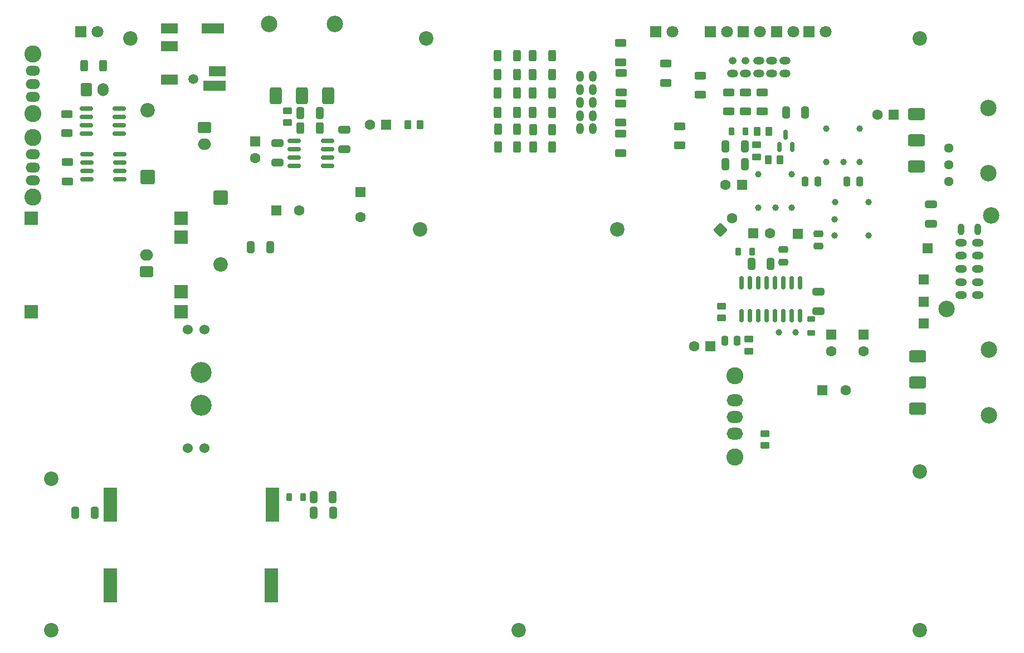
<source format=gbr>
%TF.GenerationSoftware,KiCad,Pcbnew,9.0.5*%
%TF.CreationDate,2025-10-21T17:57:34+02:00*%
%TF.ProjectId,TUNER_KT0936MB9,54554e45-525f-44b5-9430-3933364d4239,rev?*%
%TF.SameCoordinates,Original*%
%TF.FileFunction,Soldermask,Top*%
%TF.FilePolarity,Negative*%
%FSLAX46Y46*%
G04 Gerber Fmt 4.6, Leading zero omitted, Abs format (unit mm)*
G04 Created by KiCad (PCBNEW 9.0.5) date 2025-10-21 17:57:34*
%MOMM*%
%LPD*%
G01*
G04 APERTURE LIST*
G04 Aperture macros list*
%AMRoundRect*
0 Rectangle with rounded corners*
0 $1 Rounding radius*
0 $2 $3 $4 $5 $6 $7 $8 $9 X,Y pos of 4 corners*
0 Add a 4 corners polygon primitive as box body*
4,1,4,$2,$3,$4,$5,$6,$7,$8,$9,$2,$3,0*
0 Add four circle primitives for the rounded corners*
1,1,$1+$1,$2,$3*
1,1,$1+$1,$4,$5*
1,1,$1+$1,$6,$7*
1,1,$1+$1,$8,$9*
0 Add four rect primitives between the rounded corners*
20,1,$1+$1,$2,$3,$4,$5,0*
20,1,$1+$1,$4,$5,$6,$7,0*
20,1,$1+$1,$6,$7,$8,$9,0*
20,1,$1+$1,$8,$9,$2,$3,0*%
G04 Aperture macros list end*
%ADD10RoundRect,0.250000X-0.550000X0.550000X-0.550000X-0.550000X0.550000X-0.550000X0.550000X0.550000X0*%
%ADD11C,1.600000*%
%ADD12RoundRect,0.250000X0.550000X0.550000X-0.550000X0.550000X-0.550000X-0.550000X0.550000X-0.550000X0*%
%ADD13RoundRect,0.250000X0.000000X-0.777817X0.777817X0.000000X0.000000X0.777817X-0.777817X0.000000X0*%
%ADD14RoundRect,0.250000X-0.550000X-0.550000X0.550000X-0.550000X0.550000X0.550000X-0.550000X0.550000X0*%
%ADD15O,2.200000X1.500000*%
%ADD16C,2.600000*%
%ADD17RoundRect,0.250000X0.625000X-0.312500X0.625000X0.312500X-0.625000X0.312500X-0.625000X-0.312500X0*%
%ADD18R,1.800000X1.800000*%
%ADD19C,1.800000*%
%ADD20RoundRect,0.250000X-0.250000X-0.475000X0.250000X-0.475000X0.250000X0.475000X-0.250000X0.475000X0*%
%ADD21RoundRect,0.218750X0.218750X0.381250X-0.218750X0.381250X-0.218750X-0.381250X0.218750X-0.381250X0*%
%ADD22C,2.200000*%
%ADD23C,1.000000*%
%ADD24RoundRect,0.250000X-0.312500X-0.625000X0.312500X-0.625000X0.312500X0.625000X-0.312500X0.625000X0*%
%ADD25RoundRect,0.300000X-0.600000X-1.000000X0.600000X-1.000000X0.600000X1.000000X-0.600000X1.000000X0*%
%ADD26C,2.500000*%
%ADD27R,2.000000X2.000000*%
%ADD28RoundRect,0.250000X0.450000X-0.262500X0.450000X0.262500X-0.450000X0.262500X-0.450000X-0.262500X0*%
%ADD29RoundRect,0.250000X0.325000X0.650000X-0.325000X0.650000X-0.325000X-0.650000X0.325000X-0.650000X0*%
%ADD30RoundRect,0.162500X0.825000X0.162500X-0.825000X0.162500X-0.825000X-0.162500X0.825000X-0.162500X0*%
%ADD31O,2.500000X1.800000*%
%ADD32RoundRect,0.250000X0.650000X-0.325000X0.650000X0.325000X-0.650000X0.325000X-0.650000X-0.325000X0*%
%ADD33O,1.800000X1.200000*%
%ADD34O,1.000000X1.800000*%
%ADD35RoundRect,0.250000X0.262500X0.450000X-0.262500X0.450000X-0.262500X-0.450000X0.262500X-0.450000X0*%
%ADD36RoundRect,0.150000X-0.150000X0.850000X-0.150000X-0.850000X0.150000X-0.850000X0.150000X0.850000X0*%
%ADD37RoundRect,0.250000X-0.475000X0.250000X-0.475000X-0.250000X0.475000X-0.250000X0.475000X0.250000X0*%
%ADD38RoundRect,0.249999X0.850001X-0.850001X0.850001X0.850001X-0.850001X0.850001X-0.850001X-0.850001X0*%
%ADD39RoundRect,0.250000X0.250000X0.475000X-0.250000X0.475000X-0.250000X-0.475000X0.250000X-0.475000X0*%
%ADD40RoundRect,0.150000X-0.825000X-0.150000X0.825000X-0.150000X0.825000X0.150000X-0.825000X0.150000X0*%
%ADD41RoundRect,0.250000X-0.625000X0.312500X-0.625000X-0.312500X0.625000X-0.312500X0.625000X0.312500X0*%
%ADD42O,1.200000X1.700000*%
%ADD43RoundRect,0.250000X-0.325000X-0.650000X0.325000X-0.650000X0.325000X0.650000X-0.325000X0.650000X0*%
%ADD44RoundRect,0.250000X-0.262500X-0.450000X0.262500X-0.450000X0.262500X0.450000X-0.262500X0.450000X0*%
%ADD45O,1.700000X1.200000*%
%ADD46O,1.200000X1.200000*%
%ADD47RoundRect,0.250000X0.312500X0.625000X-0.312500X0.625000X-0.312500X-0.625000X0.312500X-0.625000X0*%
%ADD48RoundRect,0.218750X-0.381250X0.218750X-0.381250X-0.218750X0.381250X-0.218750X0.381250X0.218750X0*%
%ADD49C,1.440000*%
%ADD50RoundRect,0.249999X-0.850001X0.850001X-0.850001X-0.850001X0.850001X-0.850001X0.850001X0.850001X0*%
%ADD51C,1.524000*%
%ADD52C,3.200000*%
%ADD53RoundRect,0.250000X-0.450000X0.262500X-0.450000X-0.262500X0.450000X-0.262500X0.450000X0.262500X0*%
%ADD54C,1.500000*%
%ADD55R,3.400000X1.500000*%
%ADD56R,2.500000X1.500000*%
%ADD57RoundRect,0.250000X-0.650000X0.325000X-0.650000X-0.325000X0.650000X-0.325000X0.650000X0.325000X0*%
%ADD58RoundRect,0.150000X0.150000X-0.587500X0.150000X0.587500X-0.150000X0.587500X-0.150000X-0.587500X0*%
%ADD59RoundRect,0.250000X-0.750000X0.600000X-0.750000X-0.600000X0.750000X-0.600000X0.750000X0.600000X0*%
%ADD60O,2.000000X1.700000*%
%ADD61RoundRect,0.300000X1.000000X-0.600000X1.000000X0.600000X-1.000000X0.600000X-1.000000X-0.600000X0*%
%ADD62RoundRect,0.250000X-0.600000X-0.750000X0.600000X-0.750000X0.600000X0.750000X-0.600000X0.750000X0*%
%ADD63O,1.700000X2.000000*%
%ADD64RoundRect,0.250000X0.750000X-0.600000X0.750000X0.600000X-0.750000X0.600000X-0.750000X-0.600000X0*%
%ADD65R,2.100000X3.000000*%
G04 APERTURE END LIST*
D10*
%TO.C,C34*%
X94000000Y-73671144D03*
D11*
X94000000Y-76171144D03*
%TD*%
D12*
%TO.C,C33*%
X167928856Y-80300000D03*
D11*
X165428856Y-80300000D03*
%TD*%
D12*
%TO.C,C32*%
X163178856Y-104850000D03*
D11*
X160678856Y-104850000D03*
%TD*%
D12*
%TO.C,C31*%
X191028856Y-69550000D03*
D11*
X188528856Y-69550000D03*
%TD*%
D13*
%TO.C,C30*%
X164645938Y-87116515D03*
D11*
X166413705Y-85348748D03*
%TD*%
D10*
%TO.C,C29*%
X186400000Y-103071144D03*
D11*
X186400000Y-105571144D03*
%TD*%
D14*
%TO.C,C13*%
X169694888Y-87650000D03*
D11*
X172194888Y-87650000D03*
%TD*%
D10*
%TO.C,C11*%
X181500000Y-103044888D03*
D11*
X181500000Y-105544888D03*
%TD*%
D15*
%TO.C,SW2*%
X60200000Y-75600000D03*
X60200000Y-77600000D03*
X60200000Y-79600000D03*
D16*
X60200000Y-73100000D03*
X60200000Y-82100000D03*
%TD*%
D14*
%TO.C,H2*%
X195550000Y-98000000D03*
%TD*%
D17*
%TO.C,R7*%
X65370000Y-72392500D03*
X65370000Y-69467500D03*
%TD*%
D18*
%TO.C,D5*%
X173180000Y-57000000D03*
D19*
X175720000Y-57000000D03*
%TD*%
D20*
%TO.C,C18*%
X165340000Y-103975000D03*
X167240000Y-103975000D03*
%TD*%
D21*
%TO.C,FB4*%
X169462500Y-90400000D03*
X167337500Y-90400000D03*
%TD*%
D22*
%TO.C,H9*%
X195000000Y-58000000D03*
%TD*%
D23*
%TO.C,L5*%
X170412500Y-78650000D03*
X175512500Y-83750000D03*
X175512500Y-78650000D03*
X170412500Y-83725000D03*
X173012500Y-83750000D03*
%TD*%
D24*
%TO.C,R34*%
X136206250Y-71900000D03*
X139131250Y-71900000D03*
%TD*%
D25*
%TO.C,RV1*%
X97100000Y-66680000D03*
X101100000Y-66680000D03*
X105100000Y-66680000D03*
D26*
X96100000Y-55780000D03*
X106040000Y-55820000D03*
%TD*%
D18*
%TO.C,D6*%
X168180000Y-57000000D03*
D19*
X170720000Y-57000000D03*
%TD*%
D27*
%TO.C,M2*%
X59900000Y-99550000D03*
X59900000Y-85350000D03*
X82700000Y-99550000D03*
X82700000Y-96550000D03*
X82700000Y-88250000D03*
X82700000Y-85350000D03*
%TD*%
D28*
%TO.C,R23*%
X170200000Y-76012500D03*
X170200000Y-74187500D03*
%TD*%
D29*
%TO.C,C20*%
X168375000Y-74400000D03*
X165425000Y-74400000D03*
%TD*%
D28*
%TO.C,R2*%
X98900000Y-70812500D03*
X98900000Y-68987500D03*
%TD*%
D24*
%TO.C,R18*%
X130836250Y-60600000D03*
X133761250Y-60600000D03*
%TD*%
D30*
%TO.C,U1*%
X104937500Y-77385000D03*
X104937500Y-76115000D03*
X104937500Y-74845000D03*
X104937500Y-73575000D03*
X99862500Y-73575000D03*
X99862500Y-74845000D03*
X99862500Y-76115000D03*
X99862500Y-77385000D03*
%TD*%
D22*
%TO.C,H14*%
X63000000Y-125000000D03*
%TD*%
D31*
%TO.C,SW1*%
X166847927Y-112994882D03*
X166847927Y-115534882D03*
X166847927Y-118074882D03*
D16*
X166847927Y-109264337D03*
X166837707Y-121657390D03*
%TD*%
D24*
%TO.C,R8*%
X67975000Y-62100000D03*
X70900000Y-62100000D03*
%TD*%
D32*
%TO.C,C4*%
X107540000Y-74835000D03*
X107540000Y-71885000D03*
%TD*%
D33*
%TO.C,SW5*%
X203750000Y-97050000D03*
X203750000Y-95050000D03*
X203750000Y-93050000D03*
X203750000Y-91050000D03*
X203750000Y-89050000D03*
D34*
X203750000Y-87050000D03*
D33*
X201250000Y-97050000D03*
X201250000Y-95050000D03*
X201250000Y-93050000D03*
X201250000Y-91050000D03*
X201250000Y-89050000D03*
D34*
X201250000Y-87050000D03*
D26*
X205850000Y-84950000D03*
X199050000Y-99150000D03*
%TD*%
D35*
%TO.C,R22*%
X172062500Y-72100000D03*
X170237500Y-72100000D03*
%TD*%
D24*
%TO.C,R21*%
X130806250Y-69250000D03*
X133731250Y-69250000D03*
%TD*%
%TO.C,R19*%
X130806250Y-63460000D03*
X133731250Y-63460000D03*
%TD*%
D18*
%TO.C,D3*%
X154830000Y-57000000D03*
D19*
X157370000Y-57000000D03*
%TD*%
D17*
%TO.C,R37*%
X149550000Y-75412500D03*
X149550000Y-72487500D03*
%TD*%
D36*
%TO.C,U2*%
X176760000Y-95135000D03*
X175490000Y-95135000D03*
X174220000Y-95135000D03*
X172950000Y-95135000D03*
X171680000Y-95135000D03*
X170410000Y-95135000D03*
X169140000Y-95135000D03*
X167870000Y-95135000D03*
X167870000Y-100135000D03*
X169140000Y-100135000D03*
X170410000Y-100135000D03*
X171680000Y-100135000D03*
X172950000Y-100135000D03*
X174220000Y-100135000D03*
X175490000Y-100135000D03*
X176760000Y-100135000D03*
%TD*%
D29*
%TO.C,C3*%
X103775000Y-69300000D03*
X100825000Y-69300000D03*
%TD*%
D10*
%TO.C,C1*%
X109950000Y-81347349D03*
D11*
X109950000Y-85147349D03*
%TD*%
D24*
%TO.C,R33*%
X130856250Y-74500000D03*
X133781250Y-74500000D03*
%TD*%
%TO.C,R32*%
X136206250Y-74500000D03*
X139131250Y-74500000D03*
%TD*%
D37*
%TO.C,C24*%
X179550000Y-87700000D03*
X179550000Y-89600000D03*
%TD*%
D29*
%TO.C,C27*%
X69575000Y-130100000D03*
X66625000Y-130100000D03*
%TD*%
D22*
%TO.C,H13*%
X119000000Y-87000000D03*
%TD*%
D17*
%TO.C,R9*%
X156400000Y-64762500D03*
X156400000Y-61837500D03*
%TD*%
D38*
%TO.C,D2*%
X77630000Y-79110000D03*
D22*
X77630000Y-68950000D03*
%TD*%
D39*
%TO.C,C23*%
X179450000Y-79750000D03*
X177550000Y-79750000D03*
%TD*%
D23*
%TO.C,Y1*%
X173530000Y-102685000D03*
X176070000Y-102685000D03*
%TD*%
D18*
%TO.C,D8*%
X67430000Y-57000000D03*
D19*
X69970000Y-57000000D03*
%TD*%
D15*
%TO.C,SW3*%
X60200000Y-62900000D03*
X60200000Y-64900000D03*
X60200000Y-66900000D03*
D16*
X60200000Y-60400000D03*
X60200000Y-69400000D03*
%TD*%
D17*
%TO.C,R17*%
X161600000Y-66550000D03*
X161600000Y-63625000D03*
%TD*%
D22*
%TO.C,H3*%
X120000000Y-58000000D03*
%TD*%
D32*
%TO.C,C2*%
X97400000Y-76875000D03*
X97400000Y-73925000D03*
%TD*%
D14*
%TO.C,H6*%
X196200000Y-89900000D03*
%TD*%
D40*
%TO.C,Q1*%
X68440000Y-75610000D03*
X68440000Y-76880000D03*
X68440000Y-78150000D03*
X68440000Y-79420000D03*
X73390000Y-79420000D03*
X73390000Y-78150000D03*
X73390000Y-76880000D03*
X73390000Y-75610000D03*
%TD*%
D41*
%TO.C,R38*%
X149557526Y-63252446D03*
X149557526Y-66177446D03*
%TD*%
D28*
%TO.C,R11*%
X169000000Y-105575000D03*
X169000000Y-103750000D03*
%TD*%
D14*
%TO.C,H4*%
X195600000Y-94650000D03*
%TD*%
D42*
%TO.C,J5*%
X143318750Y-71750000D03*
X143318750Y-69750000D03*
X143318750Y-67750000D03*
X143318750Y-65750000D03*
X143318750Y-63750000D03*
X145318750Y-71750000D03*
X145318750Y-69750000D03*
X145318750Y-67750000D03*
X145318750Y-65750000D03*
X145318750Y-63750000D03*
%TD*%
D43*
%TO.C,C28*%
X102850000Y-130100000D03*
X105800000Y-130100000D03*
%TD*%
D29*
%TO.C,C14*%
X168375000Y-77100000D03*
X165425000Y-77100000D03*
%TD*%
%TO.C,C15*%
X177575000Y-69250000D03*
X174625000Y-69250000D03*
%TD*%
D24*
%TO.C,R24*%
X136156250Y-60650000D03*
X139081250Y-60650000D03*
%TD*%
D14*
%TO.C,C26*%
X180197349Y-111500000D03*
D11*
X183697349Y-111500000D03*
%TD*%
D18*
%TO.C,D4*%
X178150000Y-57000000D03*
D19*
X180690000Y-57000000D03*
%TD*%
D17*
%TO.C,R4*%
X65440000Y-79742500D03*
X65440000Y-76817500D03*
%TD*%
D24*
%TO.C,R20*%
X130806250Y-66330000D03*
X133731250Y-66330000D03*
%TD*%
D44*
%TO.C,R29*%
X117187500Y-71100000D03*
X119012500Y-71100000D03*
%TD*%
D24*
%TO.C,R26*%
X136156250Y-63500000D03*
X139081250Y-63500000D03*
%TD*%
D45*
%TO.C,J6*%
X174500000Y-63350000D03*
X172500000Y-63350000D03*
X170500000Y-63350000D03*
X168500000Y-63350000D03*
X166500000Y-63350000D03*
X174500000Y-61350000D03*
X172500000Y-61350000D03*
X170500000Y-61350000D03*
D46*
X168500000Y-61350000D03*
X166500000Y-61350000D03*
%TD*%
D43*
%TO.C,C19*%
X102825000Y-127800000D03*
X105775000Y-127800000D03*
%TD*%
D14*
%TO.C,H5*%
X195550000Y-101350000D03*
%TD*%
D41*
%TO.C,R10*%
X158500000Y-71337500D03*
X158500000Y-74262500D03*
%TD*%
%TO.C,R39*%
X149538005Y-58697256D03*
X149538005Y-61622256D03*
%TD*%
D35*
%TO.C,R25*%
X173762500Y-76450000D03*
X171937500Y-76450000D03*
%TD*%
D47*
%TO.C,R1*%
X103762500Y-71600000D03*
X100837500Y-71600000D03*
%TD*%
D23*
%TO.C,L3*%
X187150000Y-82900000D03*
X182050000Y-88000000D03*
X187150000Y-88000000D03*
X182075000Y-82900000D03*
X182050000Y-85500000D03*
%TD*%
D17*
%TO.C,R36*%
X149553535Y-70806159D03*
X149553535Y-67881159D03*
%TD*%
D21*
%TO.C,FB1*%
X101262500Y-127800000D03*
X99137500Y-127800000D03*
%TD*%
D29*
%TO.C,C8*%
X96275000Y-89750000D03*
X93325000Y-89750000D03*
%TD*%
D48*
%TO.C,FB2*%
X178510000Y-100692500D03*
X178510000Y-102817500D03*
%TD*%
D24*
%TO.C,R35*%
X130856250Y-71800000D03*
X133781250Y-71800000D03*
%TD*%
D49*
%TO.C,RV4*%
X199400000Y-79740000D03*
X199400000Y-77200000D03*
X199400000Y-74660000D03*
%TD*%
D17*
%TO.C,R16*%
X171050000Y-69112500D03*
X171050000Y-66187500D03*
%TD*%
D43*
%TO.C,C12*%
X169375000Y-92300000D03*
X172325000Y-92300000D03*
%TD*%
D22*
%TO.C,H11*%
X149000000Y-87000000D03*
%TD*%
%TO.C,H10*%
X195000000Y-148000000D03*
%TD*%
D50*
%TO.C,D1*%
X88700000Y-82220000D03*
D22*
X88700000Y-92380000D03*
%TD*%
D17*
%TO.C,R13*%
X165900000Y-69112500D03*
X165900000Y-66187500D03*
%TD*%
D51*
%TO.C,M1*%
X83750000Y-120300000D03*
X86250000Y-120300000D03*
D52*
X85750000Y-113800000D03*
X85750000Y-108800000D03*
D51*
X83750000Y-102300000D03*
X86250000Y-102300000D03*
%TD*%
D32*
%TO.C,C10*%
X179600000Y-99475000D03*
X179600000Y-96525000D03*
%TD*%
D22*
%TO.C,H12*%
X134000000Y-148000000D03*
%TD*%
D53*
%TO.C,R3*%
X164850000Y-98687500D03*
X164850000Y-100512500D03*
%TD*%
D22*
%TO.C,H8*%
X63000000Y-148000000D03*
%TD*%
D14*
%TO.C,C9*%
X97147349Y-84150000D03*
D11*
X100647349Y-84150000D03*
%TD*%
D54*
%TO.C,J2*%
X84575000Y-64175000D03*
D55*
X87575000Y-56475000D03*
D56*
X80925000Y-56475000D03*
X80925000Y-59175000D03*
X80925000Y-64275000D03*
X88225000Y-62975000D03*
D55*
X87775000Y-65175000D03*
%TD*%
D21*
%TO.C,FB3*%
X168462500Y-72150000D03*
X166337500Y-72150000D03*
%TD*%
D24*
%TO.C,R27*%
X136136250Y-66330000D03*
X139061250Y-66330000D03*
%TD*%
D14*
%TO.C,H1*%
X176400000Y-87700000D03*
%TD*%
D57*
%TO.C,C25*%
X196700000Y-83225000D03*
X196700000Y-86175000D03*
%TD*%
D58*
%TO.C,Q3*%
X173650000Y-74475000D03*
X175550000Y-74475000D03*
X174600000Y-72600000D03*
%TD*%
D37*
%TO.C,C17*%
X174250000Y-90100000D03*
X174250000Y-92000000D03*
%TD*%
D20*
%TO.C,C16*%
X183900000Y-79750000D03*
X185800000Y-79750000D03*
%TD*%
D17*
%TO.C,R14*%
X168500000Y-69112500D03*
X168500000Y-66187500D03*
%TD*%
D12*
%TO.C,C7*%
X113875113Y-71080000D03*
D11*
X111375113Y-71080000D03*
%TD*%
D28*
%TO.C,R6*%
X171400000Y-119900000D03*
X171400000Y-118075000D03*
%TD*%
D59*
%TO.C,J1*%
X86300000Y-71550000D03*
D60*
X86300000Y-74050000D03*
%TD*%
D40*
%TO.C,Q2*%
X68335000Y-68695000D03*
X68335000Y-69965000D03*
X68335000Y-71235000D03*
X68335000Y-72505000D03*
X73285000Y-72505000D03*
X73285000Y-71235000D03*
X73285000Y-69965000D03*
X73285000Y-68695000D03*
%TD*%
D18*
%TO.C,D7*%
X163180000Y-57000000D03*
D19*
X165720000Y-57000000D03*
%TD*%
D22*
%TO.C,H7*%
X75000000Y-58000000D03*
%TD*%
D23*
%TO.C,L4*%
X180775000Y-71675000D03*
X185875000Y-76775000D03*
X185875000Y-71675000D03*
X180775000Y-76750000D03*
X183375000Y-76775000D03*
%TD*%
D24*
%TO.C,R28*%
X136136250Y-69240000D03*
X139061250Y-69240000D03*
%TD*%
D22*
%TO.C,H15*%
X195000000Y-123900000D03*
%TD*%
D61*
%TO.C,RV3*%
X194620000Y-114300000D03*
X194620000Y-110300000D03*
X194620000Y-106300000D03*
D26*
X205520000Y-115300000D03*
X205480000Y-105360000D03*
%TD*%
D62*
%TO.C,J4*%
X68315457Y-65824438D03*
D63*
X70815457Y-65824438D03*
%TD*%
D61*
%TO.C,RV2*%
X194500000Y-77500000D03*
X194500000Y-73500000D03*
X194500000Y-69500000D03*
D26*
X205400000Y-78500000D03*
X205360000Y-68560000D03*
%TD*%
D64*
%TO.C,J3*%
X77435000Y-93450000D03*
D60*
X77435000Y-90950000D03*
%TD*%
D65*
%TO.C,M3*%
X72000000Y-127750000D03*
X72000000Y-130050000D03*
X72000000Y-140050000D03*
X72000000Y-142350000D03*
X96600000Y-127750000D03*
X96600000Y-130050000D03*
X96400000Y-140050000D03*
X96400000Y-142350000D03*
%TD*%
M02*

</source>
